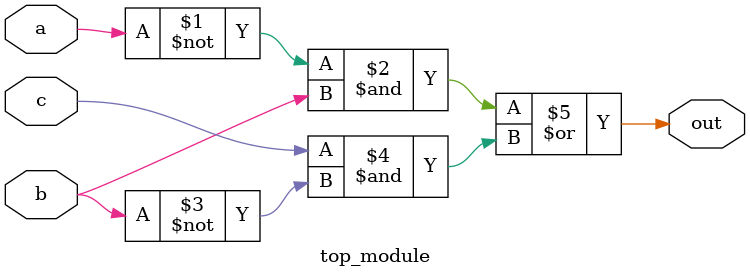
<source format=sv>
module top_module(
    input a,
    input b,
    input c,
    output out
);

assign out = (~a & b) | (c & ~b);

endmodule

</source>
